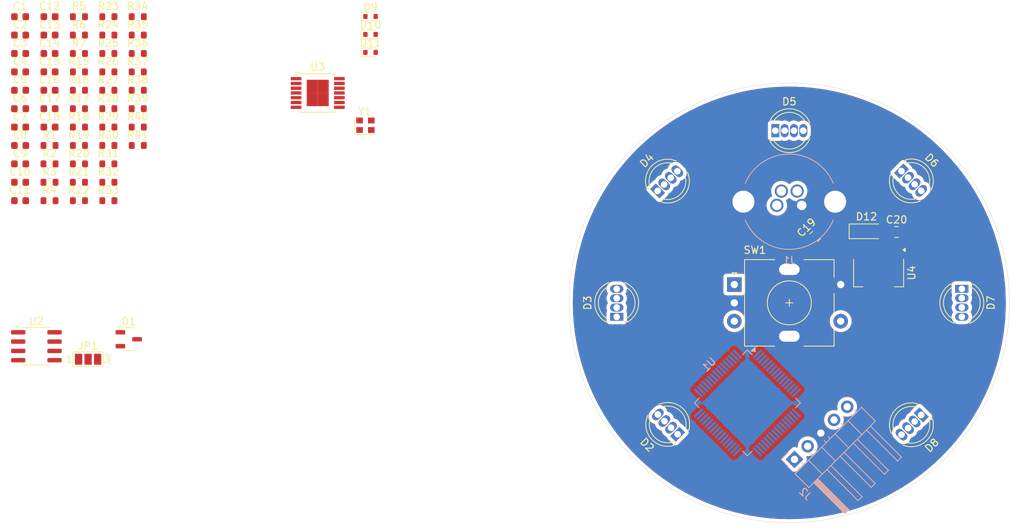
<source format=kicad_pcb>
(kicad_pcb
	(version 20240108)
	(generator "pcbnew")
	(generator_version "8.0")
	(general
		(thickness 1.6)
		(legacy_teardrops no)
	)
	(paper "A4")
	(layers
		(0 "F.Cu" signal)
		(31 "B.Cu" signal)
		(32 "B.Adhes" user "B.Adhesive")
		(33 "F.Adhes" user "F.Adhesive")
		(34 "B.Paste" user)
		(35 "F.Paste" user)
		(36 "B.SilkS" user "B.Silkscreen")
		(37 "F.SilkS" user "F.Silkscreen")
		(38 "B.Mask" user)
		(39 "F.Mask" user)
		(40 "Dwgs.User" user "User.Drawings")
		(41 "Cmts.User" user "User.Comments")
		(42 "Eco1.User" user "User.Eco1")
		(43 "Eco2.User" user "User.Eco2")
		(44 "Edge.Cuts" user)
		(45 "Margin" user)
		(46 "B.CrtYd" user "B.Courtyard")
		(47 "F.CrtYd" user "F.Courtyard")
		(48 "B.Fab" user)
		(49 "F.Fab" user)
		(50 "User.1" user)
		(51 "User.2" user)
		(52 "User.3" user)
		(53 "User.4" user)
		(54 "User.5" user)
		(55 "User.6" user)
		(56 "User.7" user)
		(57 "User.8" user)
		(58 "User.9" user)
	)
	(setup
		(pad_to_mask_clearance 0)
		(allow_soldermask_bridges_in_footprints no)
		(pcbplotparams
			(layerselection 0x00010fc_ffffffff)
			(plot_on_all_layers_selection 0x0000000_00000000)
			(disableapertmacros no)
			(usegerberextensions no)
			(usegerberattributes yes)
			(usegerberadvancedattributes yes)
			(creategerberjobfile yes)
			(dashed_line_dash_ratio 12.000000)
			(dashed_line_gap_ratio 3.000000)
			(svgprecision 4)
			(plotframeref no)
			(viasonmask no)
			(mode 1)
			(useauxorigin no)
			(hpglpennumber 1)
			(hpglpenspeed 20)
			(hpglpendiameter 15.000000)
			(pdf_front_fp_property_popups yes)
			(pdf_back_fp_property_popups yes)
			(dxfpolygonmode yes)
			(dxfimperialunits yes)
			(dxfusepcbnewfont yes)
			(psnegative no)
			(psa4output no)
			(plotreference yes)
			(plotvalue yes)
			(plotfptext yes)
			(plotinvisibletext no)
			(sketchpadsonfab no)
			(subtractmaskfromsilk no)
			(outputformat 1)
			(mirror no)
			(drillshape 1)
			(scaleselection 1)
			(outputdirectory "")
		)
	)
	(net 0 "")
	(net 1 "+3V3")
	(net 2 "GND")
	(net 3 "/NRST")
	(net 4 "stdCAN_H")
	(net 5 "/Vref")
	(net 6 "stdCAN_L")
	(net 7 "/XTAL_IN")
	(net 8 "/XTAL_OUT")
	(net 9 "Net-(D9-K)")
	(net 10 "Net-(D10-K)")
	(net 11 "Net-(D11-K)")
	(net 12 "+3.3V")
	(net 13 "+5V")
	(net 14 "Net-(D2-RK)")
	(net 15 "Net-(D2-BK)")
	(net 16 "Net-(D2-GK)")
	(net 17 "Net-(D3-RK)")
	(net 18 "Net-(D3-BK)")
	(net 19 "Net-(D3-GK)")
	(net 20 "Net-(D4-GK)")
	(net 21 "Net-(D4-BK)")
	(net 22 "Net-(D4-RK)")
	(net 23 "Net-(D5-BK)")
	(net 24 "Net-(D5-RK)")
	(net 25 "Net-(D5-GK)")
	(net 26 "Net-(D6-BK)")
	(net 27 "Net-(D6-RK)")
	(net 28 "Net-(D6-GK)")
	(net 29 "Net-(D7-BK)")
	(net 30 "Net-(D7-RK)")
	(net 31 "Net-(D7-GK)")
	(net 32 "Net-(D8-BK)")
	(net 33 "Net-(D8-RK)")
	(net 34 "Net-(D8-GK)")
	(net 35 "Net-(D9-A)")
	(net 36 "Net-(D11-A)")
	(net 37 "/SWCLK")
	(net 38 "/SWDIO")
	(net 39 "Net-(JP1-C)")
	(net 40 "Net-(U1-BOOT0)")
	(net 41 "Net-(U2-Rs)")
	(net 42 "/CAN_RX")
	(net 43 "Net-(U1-PA11)")
	(net 44 "/CAN_TX")
	(net 45 "Net-(U1-PA12)")
	(net 46 "/MAN_G")
	(net 47 "/MAN_B")
	(net 48 "/INS_G")
	(net 49 "/INS_B")
	(net 50 "/BRK_G")
	(net 51 "/BRK_B")
	(net 52 "/ATX_B")
	(net 53 "/ATX_G")
	(net 54 "/SKD_B")
	(net 55 "/SKD_G")
	(net 56 "/ACC_B")
	(net 57 "/ACC_G")
	(net 58 "/TRK_B")
	(net 59 "/TRK_G")
	(net 60 "/TRK_R")
	(net 61 "/ATX_R")
	(net 62 "/SKD_R")
	(net 63 "/ACC_R")
	(net 64 "/MAN_R")
	(net 65 "/INS_R")
	(net 66 "/BRK_R")
	(net 67 "unconnected-(U1-PC7-Pad38)")
	(net 68 "unconnected-(U1-PA6-Pad22)")
	(net 69 "unconnected-(U1-PD2-Pad54)")
	(net 70 "Net-(U1-PC6)")
	(net 71 "unconnected-(U1-PC0-Pad8)")
	(net 72 "unconnected-(U1-PA10-Pad43)")
	(net 73 "unconnected-(U1-PC14-Pad3)")
	(net 74 "unconnected-(U1-PC13-Pad2)")
	(net 75 "Net-(U1-PC2)")
	(net 76 "unconnected-(U1-PC11-Pad52)")
	(net 77 "unconnected-(U1-PA8-Pad41)")
	(net 78 "unconnected-(U1-PC8-Pad39)")
	(net 79 "unconnected-(U1-PC3-Pad11)")
	(net 80 "unconnected-(U1-PC5-Pad25)")
	(net 81 "unconnected-(U1-PA7-Pad23)")
	(net 82 "unconnected-(U1-PC1-Pad9)")
	(net 83 "unconnected-(U1-PC15-Pad4)")
	(net 84 "unconnected-(U1-PC9-Pad40)")
	(net 85 "unconnected-(U1-PC4-Pad24)")
	(net 86 "Net-(U1-PC10)")
	(net 87 "unconnected-(U1-PF4-Pad18)")
	(net 88 "unconnected-(U1-PC12-Pad53)")
	(net 89 "unconnected-(U1-PA9-Pad42)")
	(net 90 "unconnected-(U1-PA15-Pad50)")
	(net 91 "unconnected-(U1-PB15-Pad36)")
	(net 92 "unconnected-(U3-Pad12)")
	(net 93 "unconnected-(U3-Pad8)")
	(net 94 "unconnected-(U3-Pad10)")
	(net 95 "Net-(D10-A)")
	(footprint "Resistor_SMD:R_0603_1608Metric" (layer "F.Cu") (at 85.195 70.995))
	(footprint "LED_THT:LED_D5.0mm-4_RGB" (layer "F.Cu") (at 172.095 76.505))
	(footprint "Capacitor_SMD:C_0603_1608Metric" (layer "F.Cu") (at 69.155 70.995))
	(footprint "Capacitor_SMD:C_0603_1608Metric" (layer "F.Cu") (at 73.165 65.975))
	(footprint "Capacitor_SMD:C_0603_1608Metric" (layer "F.Cu") (at 69.155 60.955))
	(footprint "Package_SO:TSSOP-14-1EP_4.4x5mm_P0.65mm" (layer "F.Cu") (at 109.725 71.36))
	(footprint "Resistor_SMD:R_0603_1608Metric" (layer "F.Cu") (at 85.195 65.975))
	(footprint "Resistor_SMD:R_0603_1608Metric" (layer "F.Cu") (at 77.175 81.035))
	(footprint "Resistor_SMD:R_0603_1608Metric" (layer "F.Cu") (at 81.185 81.035))
	(footprint "Resistor_SMD:R_0603_1608Metric" (layer "F.Cu") (at 85.195 63.465))
	(footprint "Capacitor_SMD:C_0603_1608Metric" (layer "F.Cu") (at 69.155 73.505))
	(footprint "Capacitor_SMD:C_0603_1608Metric" (layer "F.Cu") (at 69.155 65.975))
	(footprint "Diode_SMD:D_SOD-123" (layer "F.Cu") (at 184.52 90.235))
	(footprint "Capacitor_SMD:C_0603_1608Metric" (layer "F.Cu") (at 73.165 60.955))
	(footprint "Resistor_SMD:R_0603_1608Metric" (layer "F.Cu") (at 77.175 86.055))
	(footprint "Resistor_SMD:R_0603_1608Metric" (layer "F.Cu") (at 77.175 65.975))
	(footprint "Capacitor_SMD:C_0603_1608Metric" (layer "F.Cu") (at 69.155 86.055))
	(footprint "Capacitor_SMD:C_0603_1608Metric" (layer "F.Cu") (at 73.165 76.015))
	(footprint "Diode_SMD:D_SOD-523" (layer "F.Cu") (at 116.92 65.825))
	(footprint "Resistor_SMD:R_0603_1608Metric" (layer "F.Cu") (at 85.195 60.955))
	(footprint "Package_TO_SOT_SMD:SOT-23-3" (layer "F.Cu") (at 83.965 104.96))
	(footprint "Capacitor_SMD:C_0603_1608Metric" (layer "F.Cu") (at 69.155 63.465))
	(footprint "Resistor_SMD:R_0603_1608Metric" (layer "F.Cu") (at 73.165 78.525))
	(footprint "Resistor_SMD:R_0603_1608Metric" (layer "F.Cu") (at 81.185 78.525))
	(footprint "Resistor_SMD:R_0603_1608Metric" (layer "F.Cu") (at 81.185 73.505))
	(footprint "Capacitor_SMD:C_0805_2012Metric" (layer "F.Cu") (at 177.525 90.925 45))
	(footprint "LED_THT:LED_D5.0mm-4_RGB" (layer "F.Cu") (at 150.475 101.905 90))
	(footprint "Resistor_SMD:R_0603_1608Metric" (layer "F.Cu") (at 77.175 63.465))
	(footprint "Capacitor_SMD:C_0603_1608Metric" (layer "F.Cu") (at 73.165 73.505))
	(footprint "Capacitor_SMD:C_0603_1608Metric" (layer "F.Cu") (at 69.155 68.485))
	(footprint "Resistor_SMD:R_0603_1608Metric" (layer "F.Cu") (at 81.185 60.955))
	(footprint "Resistor_SMD:R_0603_1608Metric" (layer "F.Cu") (at 77.175 78.525))
	(footprint "Resistor_SMD:R_0603_1608Metric" (layer "F.Cu") (at 81.185 65.975))
	(footprint "FaSTTUBe_Switches:RotaryEncoder_Alps_EC11E-Switch_Vertical_H20mm" (layer "F.Cu") (at 166.505 97.495))
	(footprint "Diode_SMD:D_SOD-523" (layer "F.Cu") (at 116.92 60.925))
	(footprint "Resistor_SMD:R_0603_1608Metric" (layer "F.Cu") (at 81.185 68.485))
	(footprint "Resistor_SMD:R_0603_1608Metric" (layer "F.Cu") (at 73.165 81.035))
	(footprint "Package_TO_SOT_SMD:SOT-223-3_TabPin2" (layer "F.Cu") (at 186.175 95.9 -90))
	(footprint "LED_THT:LED_D5.0mm-4_RGB" (layer "F.Cu") (at 158.775 117.925 135))
	(footprint "FaSTTUBe_Crystals:standard_WE_Quartz" (layer "F.Cu") (at 116.125 75.865))
	(footprint "Resistor_SMD:R_0603_1608Metric" (layer "F.Cu") (at 81.185 76.015))
	(footprint "Resistor_SMD:R_0603_1608Metric"
		(layer "F.Cu")
		(uuid "97fa2505-5709-474f-8fe0-2197de54390d")
		(at 77.175 76.015)
		(descr "Resistor SMD 0603 (1608 Metric), square (rectangular) end terminal, IPC_7351 nominal, (Body size source: IPC-SM-782 page 72, https://www.pcb-3d.com/wordpress/wp-content/uploads/ipc-sm-782a_amendment_1_and_2.pdf), generated with kicad-footprint-generator")
		(tags "resistor")
		(property "Reference" "R18"
			(at 0 -1.43 0)
			(layer "F.SilkS")
			(uuid "3552120a-7680-40cf-8c2e-48e55a9b332a")
			(effects
				(font
					(size 1 1)
					(thickness 0.15)
				)
			)
		)
		(property "Value" "100k"
			(at 0 1.43 0)
			(layer "F.Fab")
			(uuid "0c6438a9-518d-433c-ac0c-c5012f445437")
			(effects
				(font
					(size 1 1)
					(thickness 0.15)
				)
			)
		)
		(property "Footprint" "Resistor_SMD:R_0603_1608Metric"
			(at 0 0 0)
			(unlocked yes)
			(layer "F.Fab")
			(hide yes)
			(uuid "d3f88fdc-a2b1-4f1c-b577-3325878831af")
			(effects
				(font
					(size 1.27 1.27)
					(thickness 0.15)
				)
			)
		)
		(property "Datasheet" ""
			(at 0 0 0)
			(unlocked yes)
			(layer "F.Fab")
			(hide yes)
			(uuid "6707b0ca-e19e-4db9-b11f-93460600c5d1")
			(effects
				(font
					(size 1.27 1.27)
					(thickness 0.15)
				)
			)
		)
		(property "Description" "Resistor, small symbol"
			(at 0 0 0)
			(unlocked yes)
			(layer "F.Fab")
			(hide yes)
			(uuid "8d53fe0f-bb39-46b6-8c08-a0eccb957980")
			(effects
				(font
					(size 1.27 1.27)
					(thickness 0.15)
				)
			)
		)
		(property ki_fp_filters "R_*")
		(path "/926676d7-ed2e-467b-91d3-5329d85977d1")
		(sheetname "Root")
		(sheetfile "AMI.kicad_sch")
		(attr smd)
		(fp_line
			(start -0.237258 -0.5225)
			(end 0.237258 -0.5225)
			(stroke
				(width 0.12)
				(type solid)
			)
			(layer "F.SilkS")
			(uuid "e07ab1cc-e458-450c-bd52-03ff898a1d61")
		)
		(fp_line
			(start -0.237258 0.5225)
			(end 0.237258 0.5225)
			(stroke
				(width 0.12)
				(type solid)
			)
			(layer "F.SilkS")
			(uuid "54ea2ff8-67de-4ddf-a7cb-481bfa87d387")
		)
		(fp_line
			(start -1.48 -0.73)
			(end 1.48 -0.73)
			(stroke
				(width 0.05)
				(type solid)
			)
			(layer "F.CrtYd")
			(uuid "e71115e3-633d-4b86-871d-6d96a7d00ed4")
		)
		(fp_line
			(start -1.48 0.73)
			(end -1.48 -0.73)
			(stroke
				(width 0.05)
				(type solid)
			)
			(layer "F.CrtYd")
			(uuid "f11d8b82-5e28-4820-bc91-90f2fa8f21ea")
		)
		(fp_line
			(start 1.48 -0.73)
			(end 1.48 0.73)
			(stroke
				(width 0.05)
				(type solid)
			)
		
... [337999 chars truncated]
</source>
